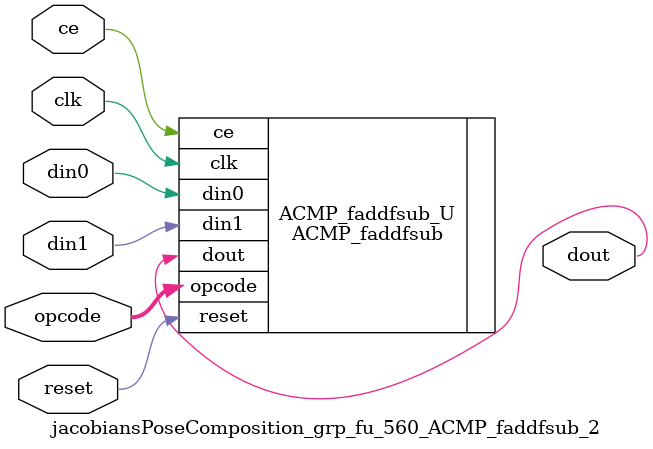
<source format=v>

`timescale 1 ns / 1 ps
module jacobiansPoseComposition_grp_fu_560_ACMP_faddfsub_2(
    clk,
    reset,
    ce,
    din0,
    din1,
    opcode,
    dout);

parameter ID = 32'd1;
parameter NUM_STAGE = 32'd1;
parameter din0_WIDTH = 32'd1;
parameter din1_WIDTH = 32'd1;
parameter dout_WIDTH = 32'd1;
input clk;
input reset;
input ce;
input[din0_WIDTH - 1:0] din0;
input[din1_WIDTH - 1:0] din1;
input[2 - 1:0] opcode;
output[dout_WIDTH - 1:0] dout;



ACMP_faddfsub #(
.ID( ID ),
.NUM_STAGE( 4 ),
.din0_WIDTH( din0_WIDTH ),
.din1_WIDTH( din1_WIDTH ),
.dout_WIDTH( dout_WIDTH ))
ACMP_faddfsub_U(
    .clk( clk ),
    .reset( reset ),
    .ce( ce ),
    .din0( din0 ),
    .din1( din1 ),
    .dout( dout ),
    .opcode( opcode ));

endmodule

</source>
